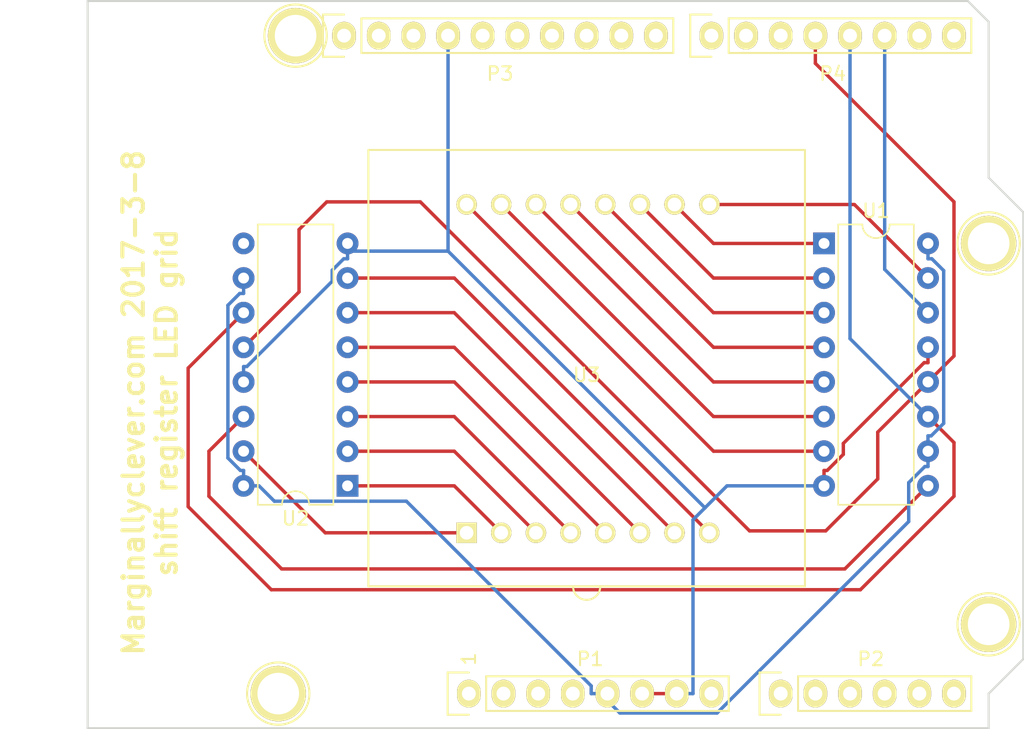
<source format=kicad_pcb>
(kicad_pcb (version 20171130) (host pcbnew "(5.1.12)-1")

  (general
    (thickness 1.6)
    (drawings 28)
    (tracks 113)
    (zones 0)
    (modules 11)
    (nets 53)
  )

  (page A4)
  (title_block
    (date "lun. 30 mars 2015")
  )

  (layers
    (0 F.Cu signal)
    (31 B.Cu signal)
    (32 B.Adhes user)
    (33 F.Adhes user hide)
    (34 B.Paste user)
    (35 F.Paste user)
    (36 B.SilkS user)
    (37 F.SilkS user)
    (38 B.Mask user)
    (39 F.Mask user)
    (40 Dwgs.User user)
    (41 Cmts.User user)
    (42 Eco1.User user)
    (43 Eco2.User user)
    (44 Edge.Cuts user)
    (45 Margin user)
    (46 B.CrtYd user)
    (47 F.CrtYd user)
    (48 B.Fab user)
    (49 F.Fab user)
  )

  (setup
    (last_trace_width 0.25)
    (trace_clearance 0.2)
    (zone_clearance 0.508)
    (zone_45_only no)
    (trace_min 0.2)
    (via_size 0.6)
    (via_drill 0.4)
    (via_min_size 0.4)
    (via_min_drill 0.3)
    (uvia_size 0.3)
    (uvia_drill 0.1)
    (uvias_allowed no)
    (uvia_min_size 0.2)
    (uvia_min_drill 0.1)
    (edge_width 0.15)
    (segment_width 0.15)
    (pcb_text_width 0.3)
    (pcb_text_size 1.5 1.5)
    (mod_edge_width 0.15)
    (mod_text_size 1 1)
    (mod_text_width 0.15)
    (pad_size 4.064 4.064)
    (pad_drill 3.048)
    (pad_to_mask_clearance 0)
    (aux_axis_origin 110.998 126.365)
    (grid_origin 110.998 126.365)
    (visible_elements 7FFFFFFF)
    (pcbplotparams
      (layerselection 0x00030_80000001)
      (usegerberextensions false)
      (usegerberattributes true)
      (usegerberadvancedattributes true)
      (creategerberjobfile true)
      (excludeedgelayer true)
      (linewidth 0.100000)
      (plotframeref false)
      (viasonmask false)
      (mode 1)
      (useauxorigin false)
      (hpglpennumber 1)
      (hpglpenspeed 20)
      (hpglpendiameter 15.000000)
      (psnegative false)
      (psa4output false)
      (plotreference true)
      (plotvalue true)
      (plotinvisibletext false)
      (padsonsilk false)
      (subtractmaskfromsilk false)
      (outputformat 1)
      (mirror false)
      (drillshape 1)
      (scaleselection 1)
      (outputdirectory ""))
  )

  (net 0 "")
  (net 1 /IOREF)
  (net 2 /Reset)
  (net 3 +5V)
  (net 4 GND)
  (net 5 /Vin)
  (net 6 /A0)
  (net 7 /A1)
  (net 8 /A2)
  (net 9 /A3)
  (net 10 /AREF)
  (net 11 "/A4(SDA)")
  (net 12 "/A5(SCL)")
  (net 13 "/9(**)")
  (net 14 /8)
  (net 15 /7)
  (net 16 "/6(**)")
  (net 17 "/5(**)")
  (net 18 /4)
  (net 19 "/3(**)")
  (net 20 /2)
  (net 21 "/1(Tx)")
  (net 22 "/0(Rx)")
  (net 23 "Net-(P5-Pad1)")
  (net 24 "Net-(P6-Pad1)")
  (net 25 "Net-(P7-Pad1)")
  (net 26 "Net-(P8-Pad1)")
  (net 27 "/13(SCK)")
  (net 28 "/10(**/SS)")
  (net 29 "Net-(P1-Pad1)")
  (net 30 +3V3)
  (net 31 "/12(MISO)")
  (net 32 "/11(**/MOSI)")
  (net 33 "/A5(SCL)2")
  (net 34 "/A4(SDA)2")
  (net 35 "Net-(U1-Pad1)")
  (net 36 "Net-(U1-Pad9)")
  (net 37 "Net-(U1-Pad2)")
  (net 38 "Net-(U1-Pad3)")
  (net 39 "Net-(U1-Pad4)")
  (net 40 "Net-(U1-Pad5)")
  (net 41 "Net-(U1-Pad6)")
  (net 42 "Net-(U1-Pad7)")
  (net 43 "Net-(U1-Pad15)")
  (net 44 "Net-(U2-Pad1)")
  (net 45 "Net-(U2-Pad9)")
  (net 46 "Net-(U2-Pad2)")
  (net 47 "Net-(U2-Pad3)")
  (net 48 "Net-(U2-Pad4)")
  (net 49 "Net-(U2-Pad5)")
  (net 50 "Net-(U2-Pad6)")
  (net 51 "Net-(U2-Pad7)")
  (net 52 "Net-(U2-Pad15)")

  (net_class Default "This is the default net class."
    (clearance 0.2)
    (trace_width 0.25)
    (via_dia 0.6)
    (via_drill 0.4)
    (uvia_dia 0.3)
    (uvia_drill 0.1)
    (add_net +3V3)
    (add_net +5V)
    (add_net "/0(Rx)")
    (add_net "/1(Tx)")
    (add_net "/10(**/SS)")
    (add_net "/11(**/MOSI)")
    (add_net "/12(MISO)")
    (add_net "/13(SCK)")
    (add_net /2)
    (add_net "/3(**)")
    (add_net /4)
    (add_net "/5(**)")
    (add_net "/6(**)")
    (add_net /7)
    (add_net /8)
    (add_net "/9(**)")
    (add_net /A0)
    (add_net /A1)
    (add_net /A2)
    (add_net /A3)
    (add_net "/A4(SDA)")
    (add_net "/A4(SDA)2")
    (add_net "/A5(SCL)")
    (add_net "/A5(SCL)2")
    (add_net /AREF)
    (add_net /IOREF)
    (add_net /Reset)
    (add_net /Vin)
    (add_net GND)
    (add_net "Net-(P1-Pad1)")
    (add_net "Net-(P5-Pad1)")
    (add_net "Net-(P6-Pad1)")
    (add_net "Net-(P7-Pad1)")
    (add_net "Net-(P8-Pad1)")
    (add_net "Net-(U1-Pad1)")
    (add_net "Net-(U1-Pad15)")
    (add_net "Net-(U1-Pad2)")
    (add_net "Net-(U1-Pad3)")
    (add_net "Net-(U1-Pad4)")
    (add_net "Net-(U1-Pad5)")
    (add_net "Net-(U1-Pad6)")
    (add_net "Net-(U1-Pad7)")
    (add_net "Net-(U1-Pad9)")
    (add_net "Net-(U2-Pad1)")
    (add_net "Net-(U2-Pad15)")
    (add_net "Net-(U2-Pad2)")
    (add_net "Net-(U2-Pad3)")
    (add_net "Net-(U2-Pad4)")
    (add_net "Net-(U2-Pad5)")
    (add_net "Net-(U2-Pad6)")
    (add_net "Net-(U2-Pad7)")
    (add_net "Net-(U2-Pad9)")
  )

  (module Socket_Arduino_Uno:Socket_Strip_Arduino_1x08 locked (layer F.Cu) (tedit 552168D2) (tstamp 551AF9EA)
    (at 138.938 123.825)
    (descr "Through hole socket strip")
    (tags "socket strip")
    (path /5517C2C1)
    (fp_text reference P1 (at 8.89 -2.54) (layer F.SilkS)
      (effects (font (size 1 1) (thickness 0.15)))
    )
    (fp_text value Power (at 8.89 -4.064) (layer F.Fab)
      (effects (font (size 1 1) (thickness 0.15)))
    )
    (fp_line (start -1.55 -1.55) (end -1.55 1.55) (layer F.SilkS) (width 0.15))
    (fp_line (start 0 -1.55) (end -1.55 -1.55) (layer F.SilkS) (width 0.15))
    (fp_line (start 1.27 1.27) (end 1.27 -1.27) (layer F.SilkS) (width 0.15))
    (fp_line (start -1.55 1.55) (end 0 1.55) (layer F.SilkS) (width 0.15))
    (fp_line (start 19.05 -1.27) (end 1.27 -1.27) (layer F.SilkS) (width 0.15))
    (fp_line (start 19.05 1.27) (end 19.05 -1.27) (layer F.SilkS) (width 0.15))
    (fp_line (start 1.27 1.27) (end 19.05 1.27) (layer F.SilkS) (width 0.15))
    (fp_line (start -1.75 1.75) (end 19.55 1.75) (layer F.CrtYd) (width 0.05))
    (fp_line (start -1.75 -1.75) (end 19.55 -1.75) (layer F.CrtYd) (width 0.05))
    (fp_line (start 19.55 -1.75) (end 19.55 1.75) (layer F.CrtYd) (width 0.05))
    (fp_line (start -1.75 -1.75) (end -1.75 1.75) (layer F.CrtYd) (width 0.05))
    (pad 1 thru_hole oval (at 0 0) (size 1.7272 2.032) (drill 1.016) (layers *.Cu *.Mask F.SilkS)
      (net 29 "Net-(P1-Pad1)"))
    (pad 2 thru_hole oval (at 2.54 0) (size 1.7272 2.032) (drill 1.016) (layers *.Cu *.Mask F.SilkS)
      (net 1 /IOREF))
    (pad 3 thru_hole oval (at 5.08 0) (size 1.7272 2.032) (drill 1.016) (layers *.Cu *.Mask F.SilkS)
      (net 2 /Reset))
    (pad 4 thru_hole oval (at 7.62 0) (size 1.7272 2.032) (drill 1.016) (layers *.Cu *.Mask F.SilkS)
      (net 30 +3V3))
    (pad 5 thru_hole oval (at 10.16 0) (size 1.7272 2.032) (drill 1.016) (layers *.Cu *.Mask F.SilkS)
      (net 3 +5V))
    (pad 6 thru_hole oval (at 12.7 0) (size 1.7272 2.032) (drill 1.016) (layers *.Cu *.Mask F.SilkS)
      (net 4 GND))
    (pad 7 thru_hole oval (at 15.24 0) (size 1.7272 2.032) (drill 1.016) (layers *.Cu *.Mask F.SilkS)
      (net 4 GND))
    (pad 8 thru_hole oval (at 17.78 0) (size 1.7272 2.032) (drill 1.016) (layers *.Cu *.Mask F.SilkS)
      (net 5 /Vin))
    (model ${KIPRJMOD}/Socket_Arduino_Uno.3dshapes/Socket_header_Arduino_1x08.wrl
      (offset (xyz 8.889999866485596 0 0))
      (scale (xyz 1 1 1))
      (rotate (xyz 0 0 180))
    )
  )

  (module Socket_Arduino_Uno:Socket_Strip_Arduino_1x06 locked (layer F.Cu) (tedit 552168D6) (tstamp 551AF9FF)
    (at 161.798 123.825)
    (descr "Through hole socket strip")
    (tags "socket strip")
    (path /5517C323)
    (fp_text reference P2 (at 6.604 -2.54) (layer F.SilkS)
      (effects (font (size 1 1) (thickness 0.15)))
    )
    (fp_text value Analog (at 6.604 -4.064) (layer F.Fab)
      (effects (font (size 1 1) (thickness 0.15)))
    )
    (fp_line (start -1.55 -1.55) (end -1.55 1.55) (layer F.SilkS) (width 0.15))
    (fp_line (start 0 -1.55) (end -1.55 -1.55) (layer F.SilkS) (width 0.15))
    (fp_line (start 1.27 1.27) (end 1.27 -1.27) (layer F.SilkS) (width 0.15))
    (fp_line (start -1.55 1.55) (end 0 1.55) (layer F.SilkS) (width 0.15))
    (fp_line (start 13.97 -1.27) (end 1.27 -1.27) (layer F.SilkS) (width 0.15))
    (fp_line (start 13.97 1.27) (end 13.97 -1.27) (layer F.SilkS) (width 0.15))
    (fp_line (start 1.27 1.27) (end 13.97 1.27) (layer F.SilkS) (width 0.15))
    (fp_line (start -1.75 1.75) (end 14.45 1.75) (layer F.CrtYd) (width 0.05))
    (fp_line (start -1.75 -1.75) (end 14.45 -1.75) (layer F.CrtYd) (width 0.05))
    (fp_line (start 14.45 -1.75) (end 14.45 1.75) (layer F.CrtYd) (width 0.05))
    (fp_line (start -1.75 -1.75) (end -1.75 1.75) (layer F.CrtYd) (width 0.05))
    (pad 1 thru_hole oval (at 0 0) (size 1.7272 2.032) (drill 1.016) (layers *.Cu *.Mask F.SilkS)
      (net 6 /A0))
    (pad 2 thru_hole oval (at 2.54 0) (size 1.7272 2.032) (drill 1.016) (layers *.Cu *.Mask F.SilkS)
      (net 7 /A1))
    (pad 3 thru_hole oval (at 5.08 0) (size 1.7272 2.032) (drill 1.016) (layers *.Cu *.Mask F.SilkS)
      (net 8 /A2))
    (pad 4 thru_hole oval (at 7.62 0) (size 1.7272 2.032) (drill 1.016) (layers *.Cu *.Mask F.SilkS)
      (net 9 /A3))
    (pad 5 thru_hole oval (at 10.16 0) (size 1.7272 2.032) (drill 1.016) (layers *.Cu *.Mask F.SilkS)
      (net 11 "/A4(SDA)"))
    (pad 6 thru_hole oval (at 12.7 0) (size 1.7272 2.032) (drill 1.016) (layers *.Cu *.Mask F.SilkS)
      (net 12 "/A5(SCL)"))
    (model ${KIPRJMOD}/Socket_Arduino_Uno.3dshapes/Socket_header_Arduino_1x06.wrl
      (offset (xyz 6.349999904632568 0 0))
      (scale (xyz 1 1 1))
      (rotate (xyz 0 0 180))
    )
  )

  (module Socket_Arduino_Uno:Socket_Strip_Arduino_1x10 locked (layer F.Cu) (tedit 552168BF) (tstamp 551AFA18)
    (at 129.794 75.565)
    (descr "Through hole socket strip")
    (tags "socket strip")
    (path /5517C46C)
    (fp_text reference P3 (at 11.43 2.794) (layer F.SilkS)
      (effects (font (size 1 1) (thickness 0.15)))
    )
    (fp_text value Digital (at 11.43 4.318) (layer F.Fab)
      (effects (font (size 1 1) (thickness 0.15)))
    )
    (fp_line (start -1.55 -1.55) (end -1.55 1.55) (layer F.SilkS) (width 0.15))
    (fp_line (start 0 -1.55) (end -1.55 -1.55) (layer F.SilkS) (width 0.15))
    (fp_line (start 1.27 1.27) (end 1.27 -1.27) (layer F.SilkS) (width 0.15))
    (fp_line (start -1.55 1.55) (end 0 1.55) (layer F.SilkS) (width 0.15))
    (fp_line (start 24.13 -1.27) (end 1.27 -1.27) (layer F.SilkS) (width 0.15))
    (fp_line (start 24.13 1.27) (end 24.13 -1.27) (layer F.SilkS) (width 0.15))
    (fp_line (start 1.27 1.27) (end 24.13 1.27) (layer F.SilkS) (width 0.15))
    (fp_line (start -1.75 1.75) (end 24.65 1.75) (layer F.CrtYd) (width 0.05))
    (fp_line (start -1.75 -1.75) (end 24.65 -1.75) (layer F.CrtYd) (width 0.05))
    (fp_line (start 24.65 -1.75) (end 24.65 1.75) (layer F.CrtYd) (width 0.05))
    (fp_line (start -1.75 -1.75) (end -1.75 1.75) (layer F.CrtYd) (width 0.05))
    (pad 1 thru_hole oval (at 0 0) (size 1.7272 2.032) (drill 1.016) (layers *.Cu *.Mask F.SilkS)
      (net 33 "/A5(SCL)2"))
    (pad 2 thru_hole oval (at 2.54 0) (size 1.7272 2.032) (drill 1.016) (layers *.Cu *.Mask F.SilkS)
      (net 34 "/A4(SDA)2"))
    (pad 3 thru_hole oval (at 5.08 0) (size 1.7272 2.032) (drill 1.016) (layers *.Cu *.Mask F.SilkS)
      (net 10 /AREF))
    (pad 4 thru_hole oval (at 7.62 0) (size 1.7272 2.032) (drill 1.016) (layers *.Cu *.Mask F.SilkS)
      (net 4 GND))
    (pad 5 thru_hole oval (at 10.16 0) (size 1.7272 2.032) (drill 1.016) (layers *.Cu *.Mask F.SilkS)
      (net 27 "/13(SCK)"))
    (pad 6 thru_hole oval (at 12.7 0) (size 1.7272 2.032) (drill 1.016) (layers *.Cu *.Mask F.SilkS)
      (net 31 "/12(MISO)"))
    (pad 7 thru_hole oval (at 15.24 0) (size 1.7272 2.032) (drill 1.016) (layers *.Cu *.Mask F.SilkS)
      (net 32 "/11(**/MOSI)"))
    (pad 8 thru_hole oval (at 17.78 0) (size 1.7272 2.032) (drill 1.016) (layers *.Cu *.Mask F.SilkS)
      (net 28 "/10(**/SS)"))
    (pad 9 thru_hole oval (at 20.32 0) (size 1.7272 2.032) (drill 1.016) (layers *.Cu *.Mask F.SilkS)
      (net 13 "/9(**)"))
    (pad 10 thru_hole oval (at 22.86 0) (size 1.7272 2.032) (drill 1.016) (layers *.Cu *.Mask F.SilkS)
      (net 14 /8))
    (model ${KIPRJMOD}/Socket_Arduino_Uno.3dshapes/Socket_header_Arduino_1x10.wrl
      (offset (xyz 11.42999982833862 0 0))
      (scale (xyz 1 1 1))
      (rotate (xyz 0 0 180))
    )
  )

  (module Socket_Arduino_Uno:Socket_Strip_Arduino_1x08 locked (layer F.Cu) (tedit 552168C7) (tstamp 551AFA2F)
    (at 156.718 75.565)
    (descr "Through hole socket strip")
    (tags "socket strip")
    (path /5517C366)
    (fp_text reference P4 (at 8.89 2.794) (layer F.SilkS)
      (effects (font (size 1 1) (thickness 0.15)))
    )
    (fp_text value Digital (at 8.89 4.318) (layer F.Fab)
      (effects (font (size 1 1) (thickness 0.15)))
    )
    (fp_line (start -1.55 -1.55) (end -1.55 1.55) (layer F.SilkS) (width 0.15))
    (fp_line (start 0 -1.55) (end -1.55 -1.55) (layer F.SilkS) (width 0.15))
    (fp_line (start 1.27 1.27) (end 1.27 -1.27) (layer F.SilkS) (width 0.15))
    (fp_line (start -1.55 1.55) (end 0 1.55) (layer F.SilkS) (width 0.15))
    (fp_line (start 19.05 -1.27) (end 1.27 -1.27) (layer F.SilkS) (width 0.15))
    (fp_line (start 19.05 1.27) (end 19.05 -1.27) (layer F.SilkS) (width 0.15))
    (fp_line (start 1.27 1.27) (end 19.05 1.27) (layer F.SilkS) (width 0.15))
    (fp_line (start -1.75 1.75) (end 19.55 1.75) (layer F.CrtYd) (width 0.05))
    (fp_line (start -1.75 -1.75) (end 19.55 -1.75) (layer F.CrtYd) (width 0.05))
    (fp_line (start 19.55 -1.75) (end 19.55 1.75) (layer F.CrtYd) (width 0.05))
    (fp_line (start -1.75 -1.75) (end -1.75 1.75) (layer F.CrtYd) (width 0.05))
    (pad 1 thru_hole oval (at 0 0) (size 1.7272 2.032) (drill 1.016) (layers *.Cu *.Mask F.SilkS)
      (net 15 /7))
    (pad 2 thru_hole oval (at 2.54 0) (size 1.7272 2.032) (drill 1.016) (layers *.Cu *.Mask F.SilkS)
      (net 16 "/6(**)"))
    (pad 3 thru_hole oval (at 5.08 0) (size 1.7272 2.032) (drill 1.016) (layers *.Cu *.Mask F.SilkS)
      (net 17 "/5(**)"))
    (pad 4 thru_hole oval (at 7.62 0) (size 1.7272 2.032) (drill 1.016) (layers *.Cu *.Mask F.SilkS)
      (net 18 /4))
    (pad 5 thru_hole oval (at 10.16 0) (size 1.7272 2.032) (drill 1.016) (layers *.Cu *.Mask F.SilkS)
      (net 19 "/3(**)"))
    (pad 6 thru_hole oval (at 12.7 0) (size 1.7272 2.032) (drill 1.016) (layers *.Cu *.Mask F.SilkS)
      (net 20 /2))
    (pad 7 thru_hole oval (at 15.24 0) (size 1.7272 2.032) (drill 1.016) (layers *.Cu *.Mask F.SilkS)
      (net 21 "/1(Tx)"))
    (pad 8 thru_hole oval (at 17.78 0) (size 1.7272 2.032) (drill 1.016) (layers *.Cu *.Mask F.SilkS)
      (net 22 "/0(Rx)"))
    (model ${KIPRJMOD}/Socket_Arduino_Uno.3dshapes/Socket_header_Arduino_1x08.wrl
      (offset (xyz 8.889999866485596 0 0))
      (scale (xyz 1 1 1))
      (rotate (xyz 0 0 180))
    )
  )

  (module Socket_Arduino_Uno:Arduino_1pin locked (layer F.Cu) (tedit 5524FC39) (tstamp 5524FC3F)
    (at 124.968 123.825)
    (descr "module 1 pin (ou trou mecanique de percage)")
    (tags DEV)
    (path /551BBC06)
    (fp_text reference P5 (at 0 -3.048) (layer F.SilkS) hide
      (effects (font (size 1 1) (thickness 0.15)))
    )
    (fp_text value CONN_1 (at 0 2.794) (layer F.Fab) hide
      (effects (font (size 1 1) (thickness 0.15)))
    )
    (fp_circle (center 0 0) (end 0 -2.286) (layer F.SilkS) (width 0.15))
    (pad 1 thru_hole circle (at 0 0) (size 4.064 4.064) (drill 3.048) (layers *.Cu *.Mask F.SilkS)
      (net 23 "Net-(P5-Pad1)"))
  )

  (module Socket_Arduino_Uno:Arduino_1pin locked (layer F.Cu) (tedit 5524FC4A) (tstamp 5524FC44)
    (at 177.038 118.745)
    (descr "module 1 pin (ou trou mecanique de percage)")
    (tags DEV)
    (path /551BBD10)
    (fp_text reference P6 (at 0 -3.048) (layer F.SilkS) hide
      (effects (font (size 1 1) (thickness 0.15)))
    )
    (fp_text value CONN_1 (at 0 2.794) (layer F.Fab) hide
      (effects (font (size 1 1) (thickness 0.15)))
    )
    (fp_circle (center 0 0) (end 0 -2.286) (layer F.SilkS) (width 0.15))
    (pad 1 thru_hole circle (at 0 0) (size 4.064 4.064) (drill 3.048) (layers *.Cu *.Mask F.SilkS)
      (net 24 "Net-(P6-Pad1)"))
  )

  (module Socket_Arduino_Uno:Arduino_1pin locked (layer F.Cu) (tedit 5524FC2F) (tstamp 5524FC49)
    (at 126.238 75.565)
    (descr "module 1 pin (ou trou mecanique de percage)")
    (tags DEV)
    (path /551BBD30)
    (fp_text reference P7 (at 0 -3.048) (layer F.SilkS) hide
      (effects (font (size 1 1) (thickness 0.15)))
    )
    (fp_text value CONN_1 (at 0 2.794) (layer F.Fab) hide
      (effects (font (size 1 1) (thickness 0.15)))
    )
    (fp_circle (center 0 0) (end 0 -2.286) (layer F.SilkS) (width 0.15))
    (pad 1 thru_hole circle (at 0 0) (size 4.064 4.064) (drill 3.048) (layers *.Cu *.Mask F.SilkS)
      (net 25 "Net-(P7-Pad1)"))
  )

  (module Socket_Arduino_Uno:Arduino_1pin locked (layer F.Cu) (tedit 5524FC41) (tstamp 5524FC4E)
    (at 177.038 90.805)
    (descr "module 1 pin (ou trou mecanique de percage)")
    (tags DEV)
    (path /551BBD52)
    (fp_text reference P8 (at 0 -3.048) (layer F.SilkS) hide
      (effects (font (size 1 1) (thickness 0.15)))
    )
    (fp_text value CONN_1 (at 0 2.794) (layer F.Fab) hide
      (effects (font (size 1 1) (thickness 0.15)))
    )
    (fp_circle (center 0 0) (end 0 -2.286) (layer F.SilkS) (width 0.15))
    (pad 1 thru_hole circle (at 0 0) (size 4.064 4.064) (drill 3.048) (layers *.Cu *.Mask F.SilkS)
      (net 26 "Net-(P8-Pad1)"))
  )

  (module Housings_DIP:DIP-16_W7.62mm (layer F.Cu) (tedit 586281B4) (tstamp 58B493DD)
    (at 164.973 90.805)
    (descr "16-lead dip package, row spacing 7.62 mm (300 mils)")
    (tags "DIL DIP PDIP 2.54mm 7.62mm 300mil")
    (path /58B491AF)
    (fp_text reference U1 (at 3.81 -2.39) (layer F.SilkS)
      (effects (font (size 1 1) (thickness 0.15)))
    )
    (fp_text value 74HC595 (at 3.81 20.17) (layer F.Fab)
      (effects (font (size 1 1) (thickness 0.15)))
    )
    (fp_line (start 8.7 -1.6) (end -1.1 -1.6) (layer F.CrtYd) (width 0.05))
    (fp_line (start 8.7 19.3) (end 8.7 -1.6) (layer F.CrtYd) (width 0.05))
    (fp_line (start -1.1 19.3) (end 8.7 19.3) (layer F.CrtYd) (width 0.05))
    (fp_line (start -1.1 -1.6) (end -1.1 19.3) (layer F.CrtYd) (width 0.05))
    (fp_line (start 6.58 -1.39) (end 4.81 -1.39) (layer F.SilkS) (width 0.12))
    (fp_line (start 6.58 19.17) (end 6.58 -1.39) (layer F.SilkS) (width 0.12))
    (fp_line (start 1.04 19.17) (end 6.58 19.17) (layer F.SilkS) (width 0.12))
    (fp_line (start 1.04 -1.39) (end 1.04 19.17) (layer F.SilkS) (width 0.12))
    (fp_line (start 2.81 -1.39) (end 1.04 -1.39) (layer F.SilkS) (width 0.12))
    (fp_line (start 0.635 -0.27) (end 1.635 -1.27) (layer F.Fab) (width 0.1))
    (fp_line (start 0.635 19.05) (end 0.635 -0.27) (layer F.Fab) (width 0.1))
    (fp_line (start 6.985 19.05) (end 0.635 19.05) (layer F.Fab) (width 0.1))
    (fp_line (start 6.985 -1.27) (end 6.985 19.05) (layer F.Fab) (width 0.1))
    (fp_line (start 1.635 -1.27) (end 6.985 -1.27) (layer F.Fab) (width 0.1))
    (fp_arc (start 3.81 -1.39) (end 2.81 -1.39) (angle -180) (layer F.SilkS) (width 0.12))
    (pad 1 thru_hole rect (at 0 0) (size 1.6 1.6) (drill 0.8) (layers *.Cu *.Mask)
      (net 35 "Net-(U1-Pad1)"))
    (pad 9 thru_hole oval (at 7.62 17.78) (size 1.6 1.6) (drill 0.8) (layers *.Cu *.Mask)
      (net 36 "Net-(U1-Pad9)"))
    (pad 2 thru_hole oval (at 0 2.54) (size 1.6 1.6) (drill 0.8) (layers *.Cu *.Mask)
      (net 37 "Net-(U1-Pad2)"))
    (pad 10 thru_hole oval (at 7.62 15.24) (size 1.6 1.6) (drill 0.8) (layers *.Cu *.Mask)
      (net 3 +5V))
    (pad 3 thru_hole oval (at 0 5.08) (size 1.6 1.6) (drill 0.8) (layers *.Cu *.Mask)
      (net 38 "Net-(U1-Pad3)"))
    (pad 11 thru_hole oval (at 7.62 12.7) (size 1.6 1.6) (drill 0.8) (layers *.Cu *.Mask)
      (net 19 "/3(**)"))
    (pad 4 thru_hole oval (at 0 7.62) (size 1.6 1.6) (drill 0.8) (layers *.Cu *.Mask)
      (net 39 "Net-(U1-Pad4)"))
    (pad 12 thru_hole oval (at 7.62 10.16) (size 1.6 1.6) (drill 0.8) (layers *.Cu *.Mask)
      (net 18 /4))
    (pad 5 thru_hole oval (at 0 10.16) (size 1.6 1.6) (drill 0.8) (layers *.Cu *.Mask)
      (net 40 "Net-(U1-Pad5)"))
    (pad 13 thru_hole oval (at 7.62 7.62) (size 1.6 1.6) (drill 0.8) (layers *.Cu *.Mask)
      (net 4 GND))
    (pad 6 thru_hole oval (at 0 12.7) (size 1.6 1.6) (drill 0.8) (layers *.Cu *.Mask)
      (net 41 "Net-(U1-Pad6)"))
    (pad 14 thru_hole oval (at 7.62 5.08) (size 1.6 1.6) (drill 0.8) (layers *.Cu *.Mask)
      (net 20 /2))
    (pad 7 thru_hole oval (at 0 15.24) (size 1.6 1.6) (drill 0.8) (layers *.Cu *.Mask)
      (net 42 "Net-(U1-Pad7)"))
    (pad 15 thru_hole oval (at 7.62 2.54) (size 1.6 1.6) (drill 0.8) (layers *.Cu *.Mask)
      (net 43 "Net-(U1-Pad15)"))
    (pad 8 thru_hole oval (at 0 17.78) (size 1.6 1.6) (drill 0.8) (layers *.Cu *.Mask)
      (net 4 GND))
    (pad 16 thru_hole oval (at 7.62 0) (size 1.6 1.6) (drill 0.8) (layers *.Cu *.Mask)
      (net 3 +5V))
    (model Housings_DIP.3dshapes/DIP-16_W7.62mm.wrl
      (at (xyz 0 0 0))
      (scale (xyz 1 1 1))
      (rotate (xyz 0 0 0))
    )
  )

  (module Housings_DIP:DIP-16_W7.62mm (layer F.Cu) (tedit 586281B4) (tstamp 58B493F1)
    (at 130.048 108.585 180)
    (descr "16-lead dip package, row spacing 7.62 mm (300 mils)")
    (tags "DIL DIP PDIP 2.54mm 7.62mm 300mil")
    (path /58B49248)
    (fp_text reference U2 (at 3.81 -2.39 180) (layer F.SilkS)
      (effects (font (size 1 1) (thickness 0.15)))
    )
    (fp_text value 74HC595 (at 3.81 20.17 180) (layer F.Fab)
      (effects (font (size 1 1) (thickness 0.15)))
    )
    (fp_line (start 8.7 -1.6) (end -1.1 -1.6) (layer F.CrtYd) (width 0.05))
    (fp_line (start 8.7 19.3) (end 8.7 -1.6) (layer F.CrtYd) (width 0.05))
    (fp_line (start -1.1 19.3) (end 8.7 19.3) (layer F.CrtYd) (width 0.05))
    (fp_line (start -1.1 -1.6) (end -1.1 19.3) (layer F.CrtYd) (width 0.05))
    (fp_line (start 6.58 -1.39) (end 4.81 -1.39) (layer F.SilkS) (width 0.12))
    (fp_line (start 6.58 19.17) (end 6.58 -1.39) (layer F.SilkS) (width 0.12))
    (fp_line (start 1.04 19.17) (end 6.58 19.17) (layer F.SilkS) (width 0.12))
    (fp_line (start 1.04 -1.39) (end 1.04 19.17) (layer F.SilkS) (width 0.12))
    (fp_line (start 2.81 -1.39) (end 1.04 -1.39) (layer F.SilkS) (width 0.12))
    (fp_line (start 0.635 -0.27) (end 1.635 -1.27) (layer F.Fab) (width 0.1))
    (fp_line (start 0.635 19.05) (end 0.635 -0.27) (layer F.Fab) (width 0.1))
    (fp_line (start 6.985 19.05) (end 0.635 19.05) (layer F.Fab) (width 0.1))
    (fp_line (start 6.985 -1.27) (end 6.985 19.05) (layer F.Fab) (width 0.1))
    (fp_line (start 1.635 -1.27) (end 6.985 -1.27) (layer F.Fab) (width 0.1))
    (fp_arc (start 3.81 -1.39) (end 2.81 -1.39) (angle -180) (layer F.SilkS) (width 0.12))
    (pad 1 thru_hole rect (at 0 0 180) (size 1.6 1.6) (drill 0.8) (layers *.Cu *.Mask)
      (net 44 "Net-(U2-Pad1)"))
    (pad 9 thru_hole oval (at 7.62 17.78 180) (size 1.6 1.6) (drill 0.8) (layers *.Cu *.Mask)
      (net 45 "Net-(U2-Pad9)"))
    (pad 2 thru_hole oval (at 0 2.54 180) (size 1.6 1.6) (drill 0.8) (layers *.Cu *.Mask)
      (net 46 "Net-(U2-Pad2)"))
    (pad 10 thru_hole oval (at 7.62 15.24 180) (size 1.6 1.6) (drill 0.8) (layers *.Cu *.Mask)
      (net 3 +5V))
    (pad 3 thru_hole oval (at 0 5.08 180) (size 1.6 1.6) (drill 0.8) (layers *.Cu *.Mask)
      (net 47 "Net-(U2-Pad3)"))
    (pad 11 thru_hole oval (at 7.62 12.7 180) (size 1.6 1.6) (drill 0.8) (layers *.Cu *.Mask)
      (net 19 "/3(**)"))
    (pad 4 thru_hole oval (at 0 7.62 180) (size 1.6 1.6) (drill 0.8) (layers *.Cu *.Mask)
      (net 48 "Net-(U2-Pad4)"))
    (pad 12 thru_hole oval (at 7.62 10.16 180) (size 1.6 1.6) (drill 0.8) (layers *.Cu *.Mask)
      (net 18 /4))
    (pad 5 thru_hole oval (at 0 10.16 180) (size 1.6 1.6) (drill 0.8) (layers *.Cu *.Mask)
      (net 49 "Net-(U2-Pad5)"))
    (pad 13 thru_hole oval (at 7.62 7.62 180) (size 1.6 1.6) (drill 0.8) (layers *.Cu *.Mask)
      (net 4 GND))
    (pad 6 thru_hole oval (at 0 12.7 180) (size 1.6 1.6) (drill 0.8) (layers *.Cu *.Mask)
      (net 50 "Net-(U2-Pad6)"))
    (pad 14 thru_hole oval (at 7.62 5.08 180) (size 1.6 1.6) (drill 0.8) (layers *.Cu *.Mask)
      (net 36 "Net-(U1-Pad9)"))
    (pad 7 thru_hole oval (at 0 15.24 180) (size 1.6 1.6) (drill 0.8) (layers *.Cu *.Mask)
      (net 51 "Net-(U2-Pad7)"))
    (pad 15 thru_hole oval (at 7.62 2.54 180) (size 1.6 1.6) (drill 0.8) (layers *.Cu *.Mask)
      (net 52 "Net-(U2-Pad15)"))
    (pad 8 thru_hole oval (at 0 17.78 180) (size 1.6 1.6) (drill 0.8) (layers *.Cu *.Mask)
      (net 4 GND))
    (pad 16 thru_hole oval (at 7.62 0 180) (size 1.6 1.6) (drill 0.8) (layers *.Cu *.Mask)
      (net 3 +5V))
    (model Housings_DIP.3dshapes/DIP-16_W7.62mm.wrl
      (at (xyz 0 0 0))
      (scale (xyz 1 1 1))
      (rotate (xyz 0 0 0))
    )
  )

  (module 1088BS:1088BS (layer F.Cu) (tedit 58B491C3) (tstamp 58B4940B)
    (at 147.574 99.949)
    (path /58B490A0)
    (fp_text reference U3 (at 0 0.5) (layer F.SilkS)
      (effects (font (size 1 1) (thickness 0.15)))
    )
    (fp_text value 1088BS (at 0 -0.5) (layer F.Fab)
      (effects (font (size 1 1) (thickness 0.15)))
    )
    (fp_line (start -16 -16) (end 16 -16) (layer F.SilkS) (width 0.15))
    (fp_line (start -16 16) (end -16 -16) (layer F.SilkS) (width 0.15))
    (fp_line (start 16 16) (end -16 16) (layer F.SilkS) (width 0.15))
    (fp_line (start 16 -16) (end 16 16) (layer F.SilkS) (width 0.15))
    (fp_arc (start 0 16) (end 0 17) (angle 90) (layer F.SilkS) (width 0.15))
    (fp_arc (start 0 16) (end 1 16) (angle 90) (layer F.SilkS) (width 0.15))
    (pad 1 thru_hole rect (at -8.8 12.08) (size 1.5 1.5) (drill 1) (layers *.Cu *.Mask F.SilkS)
      (net 52 "Net-(U2-Pad15)"))
    (pad 2 thru_hole circle (at -6.26 12.08) (size 1.5 1.5) (drill 1) (layers *.Cu *.Mask F.SilkS)
      (net 44 "Net-(U2-Pad1)"))
    (pad 3 thru_hole circle (at -3.72 12.08) (size 1.5 1.5) (drill 1) (layers *.Cu *.Mask F.SilkS)
      (net 46 "Net-(U2-Pad2)"))
    (pad 4 thru_hole circle (at -1.18 12.08) (size 1.5 1.5) (drill 1) (layers *.Cu *.Mask F.SilkS)
      (net 47 "Net-(U2-Pad3)"))
    (pad 5 thru_hole circle (at 1.36 12.08) (size 1.5 1.5) (drill 1) (layers *.Cu *.Mask F.SilkS)
      (net 48 "Net-(U2-Pad4)"))
    (pad 6 thru_hole circle (at 3.9 12.08) (size 1.5 1.5) (drill 1) (layers *.Cu *.Mask F.SilkS)
      (net 49 "Net-(U2-Pad5)"))
    (pad 7 thru_hole circle (at 6.44 12.08) (size 1.5 1.5) (drill 1) (layers *.Cu *.Mask F.SilkS)
      (net 50 "Net-(U2-Pad6)"))
    (pad 8 thru_hole circle (at 8.98 12.08) (size 1.5 1.5) (drill 1) (layers *.Cu *.Mask F.SilkS)
      (net 51 "Net-(U2-Pad7)"))
    (pad 9 thru_hole circle (at 9 -12) (size 1.5 1.5) (drill 1) (layers *.Cu *.Mask F.SilkS)
      (net 43 "Net-(U1-Pad15)"))
    (pad 10 thru_hole circle (at 6.44 -12) (size 1.5 1.5) (drill 1) (layers *.Cu *.Mask F.SilkS)
      (net 35 "Net-(U1-Pad1)"))
    (pad 11 thru_hole circle (at 3.9 -12) (size 1.5 1.5) (drill 1) (layers *.Cu *.Mask F.SilkS)
      (net 37 "Net-(U1-Pad2)"))
    (pad 12 thru_hole circle (at 1.36 -12) (size 1.5 1.5) (drill 1) (layers *.Cu *.Mask F.SilkS)
      (net 38 "Net-(U1-Pad3)"))
    (pad 13 thru_hole circle (at -1.18 -12) (size 1.5 1.5) (drill 1) (layers *.Cu *.Mask F.SilkS)
      (net 39 "Net-(U1-Pad4)"))
    (pad 14 thru_hole circle (at -3.72 -12) (size 1.5 1.5) (drill 1) (layers *.Cu *.Mask F.SilkS)
      (net 40 "Net-(U1-Pad5)"))
    (pad 15 thru_hole circle (at -6.26 -12) (size 1.5 1.5) (drill 1) (layers *.Cu *.Mask F.SilkS)
      (net 41 "Net-(U1-Pad6)"))
    (pad 16 thru_hole circle (at -8.8 -12) (size 1.5 1.5) (drill 1) (layers *.Cu *.Mask F.SilkS)
      (net 42 "Net-(U1-Pad7)"))
  )

  (gr_text "Marginallyclever.com 2017-3-8\nshift register LED grid" (at 115.57 102.489 90) (layer F.SilkS)
    (effects (font (size 1.5 1.5) (thickness 0.3)))
  )
  (gr_text 1 (at 138.938 121.285 90) (layer F.SilkS)
    (effects (font (size 1 1) (thickness 0.15)))
  )
  (gr_circle (center 117.348 76.962) (end 118.618 76.962) (layer Dwgs.User) (width 0.15))
  (gr_line (start 114.427 78.994) (end 114.427 74.93) (angle 90) (layer Dwgs.User) (width 0.15))
  (gr_line (start 120.269 78.994) (end 114.427 78.994) (angle 90) (layer Dwgs.User) (width 0.15))
  (gr_line (start 120.269 74.93) (end 120.269 78.994) (angle 90) (layer Dwgs.User) (width 0.15))
  (gr_line (start 114.427 74.93) (end 120.269 74.93) (angle 90) (layer Dwgs.User) (width 0.15))
  (gr_line (start 120.523 93.98) (end 104.648 93.98) (angle 90) (layer Dwgs.User) (width 0.15))
  (gr_line (start 177.038 74.549) (end 175.514 73.025) (angle 90) (layer Edge.Cuts) (width 0.15))
  (gr_line (start 177.038 85.979) (end 177.038 74.549) (angle 90) (layer Edge.Cuts) (width 0.15))
  (gr_line (start 179.578 88.519) (end 177.038 85.979) (angle 90) (layer Edge.Cuts) (width 0.15))
  (gr_line (start 179.578 121.285) (end 179.578 88.519) (angle 90) (layer Edge.Cuts) (width 0.15))
  (gr_line (start 177.038 123.825) (end 179.578 121.285) (angle 90) (layer Edge.Cuts) (width 0.15))
  (gr_line (start 177.038 126.365) (end 177.038 123.825) (angle 90) (layer Edge.Cuts) (width 0.15))
  (gr_line (start 110.998 126.365) (end 177.038 126.365) (angle 90) (layer Edge.Cuts) (width 0.15))
  (gr_line (start 110.998 73.025) (end 110.998 126.365) (angle 90) (layer Edge.Cuts) (width 0.15))
  (gr_line (start 175.514 73.025) (end 110.998 73.025) (angle 90) (layer Edge.Cuts) (width 0.15))
  (gr_line (start 173.355 102.235) (end 173.355 94.615) (angle 90) (layer Dwgs.User) (width 0.15))
  (gr_line (start 178.435 102.235) (end 173.355 102.235) (angle 90) (layer Dwgs.User) (width 0.15))
  (gr_line (start 178.435 94.615) (end 178.435 102.235) (angle 90) (layer Dwgs.User) (width 0.15))
  (gr_line (start 173.355 94.615) (end 178.435 94.615) (angle 90) (layer Dwgs.User) (width 0.15))
  (gr_line (start 109.093 123.19) (end 109.093 114.3) (angle 90) (layer Dwgs.User) (width 0.15))
  (gr_line (start 122.428 123.19) (end 109.093 123.19) (angle 90) (layer Dwgs.User) (width 0.15))
  (gr_line (start 122.428 114.3) (end 122.428 123.19) (angle 90) (layer Dwgs.User) (width 0.15))
  (gr_line (start 109.093 114.3) (end 122.428 114.3) (angle 90) (layer Dwgs.User) (width 0.15))
  (gr_line (start 104.648 93.98) (end 104.648 82.55) (angle 90) (layer Dwgs.User) (width 0.15))
  (gr_line (start 120.523 82.55) (end 120.523 93.98) (angle 90) (layer Dwgs.User) (width 0.15))
  (gr_line (start 104.648 82.55) (end 120.523 82.55) (angle 90) (layer Dwgs.User) (width 0.15))

  (segment (start 122.428 108.585) (end 122.428 107.4581) (width 0.25) (layer B.Cu) (net 3))
  (segment (start 122.428 93.345) (end 122.428 94.4719) (width 0.25) (layer B.Cu) (net 3))
  (segment (start 122.428 94.4719) (end 122.1463 94.4719) (width 0.25) (layer B.Cu) (net 3))
  (segment (start 122.1463 94.4719) (end 121.2786 95.3396) (width 0.25) (layer B.Cu) (net 3))
  (segment (start 121.2786 95.3396) (end 121.2786 106.5422) (width 0.25) (layer B.Cu) (net 3))
  (segment (start 121.2786 106.5422) (end 122.1945 107.4581) (width 0.25) (layer B.Cu) (net 3))
  (segment (start 122.1945 107.4581) (end 122.428 107.4581) (width 0.25) (layer B.Cu) (net 3))
  (segment (start 122.428 108.585) (end 123.5549 108.585) (width 0.25) (layer B.Cu) (net 3))
  (segment (start 123.5549 108.585) (end 124.6818 109.7119) (width 0.25) (layer B.Cu) (net 3))
  (segment (start 124.6818 109.7119) (end 134.3594 109.7119) (width 0.25) (layer B.Cu) (net 3))
  (segment (start 134.3594 109.7119) (end 147.9075 123.26) (width 0.25) (layer B.Cu) (net 3))
  (segment (start 147.9075 123.26) (end 147.9075 123.825) (width 0.25) (layer B.Cu) (net 3))
  (segment (start 172.593 106.045) (end 172.593 107.1719) (width 0.25) (layer B.Cu) (net 3))
  (segment (start 148.5857 123.825) (end 150.0083 125.2476) (width 0.25) (layer B.Cu) (net 3))
  (segment (start 150.0083 125.2476) (end 157.1327 125.2476) (width 0.25) (layer B.Cu) (net 3))
  (segment (start 157.1327 125.2476) (end 171.1784 111.2019) (width 0.25) (layer B.Cu) (net 3))
  (segment (start 171.1784 111.2019) (end 171.1784 108.353) (width 0.25) (layer B.Cu) (net 3))
  (segment (start 171.1784 108.353) (end 172.3595 107.1719) (width 0.25) (layer B.Cu) (net 3))
  (segment (start 172.3595 107.1719) (end 172.593 107.1719) (width 0.25) (layer B.Cu) (net 3))
  (segment (start 148.5857 123.825) (end 147.9075 123.825) (width 0.25) (layer B.Cu) (net 3))
  (segment (start 149.098 123.825) (end 148.5857 123.825) (width 0.25) (layer B.Cu) (net 3))
  (segment (start 172.593 106.045) (end 172.593 104.9181) (width 0.25) (layer B.Cu) (net 3))
  (segment (start 172.593 90.805) (end 172.593 91.9319) (width 0.25) (layer B.Cu) (net 3))
  (segment (start 172.593 91.9319) (end 172.8747 91.9319) (width 0.25) (layer B.Cu) (net 3))
  (segment (start 172.8747 91.9319) (end 173.7424 92.7996) (width 0.25) (layer B.Cu) (net 3))
  (segment (start 173.7424 92.7996) (end 173.7424 104.0022) (width 0.25) (layer B.Cu) (net 3))
  (segment (start 173.7424 104.0022) (end 172.8265 104.9181) (width 0.25) (layer B.Cu) (net 3))
  (segment (start 172.8265 104.9181) (end 172.593 104.9181) (width 0.25) (layer B.Cu) (net 3))
  (segment (start 164.973 108.585) (end 164.973 107.4581) (width 0.25) (layer F.Cu) (net 4))
  (segment (start 172.593 98.425) (end 172.593 99.5519) (width 0.25) (layer F.Cu) (net 4))
  (segment (start 172.593 99.5519) (end 172.3113 99.5519) (width 0.25) (layer F.Cu) (net 4))
  (segment (start 172.3113 99.5519) (end 166.3876 105.4756) (width 0.25) (layer F.Cu) (net 4))
  (segment (start 166.3876 105.4756) (end 166.3876 106.277) (width 0.25) (layer F.Cu) (net 4))
  (segment (start 166.3876 106.277) (end 165.2065 107.4581) (width 0.25) (layer F.Cu) (net 4))
  (segment (start 165.2065 107.4581) (end 164.973 107.4581) (width 0.25) (layer F.Cu) (net 4))
  (segment (start 156.2459 110.2002) (end 157.8611 108.585) (width 0.25) (layer B.Cu) (net 4))
  (segment (start 157.8611 108.585) (end 164.973 108.585) (width 0.25) (layer B.Cu) (net 4))
  (segment (start 155.3685 123.825) (end 155.3685 111.0776) (width 0.25) (layer B.Cu) (net 4))
  (segment (start 155.3685 111.0776) (end 156.2459 110.2002) (width 0.25) (layer B.Cu) (net 4))
  (segment (start 156.2459 110.2002) (end 137.414 91.3684) (width 0.25) (layer B.Cu) (net 4))
  (segment (start 137.414 91.3684) (end 137.414 75.565) (width 0.25) (layer B.Cu) (net 4))
  (segment (start 130.048 91.3684) (end 137.414 91.3684) (width 0.25) (layer B.Cu) (net 4))
  (segment (start 130.048 91.3684) (end 130.048 91.9319) (width 0.25) (layer B.Cu) (net 4))
  (segment (start 130.048 90.805) (end 130.048 91.3684) (width 0.25) (layer B.Cu) (net 4))
  (segment (start 130.048 91.9319) (end 129.7662 91.9319) (width 0.25) (layer B.Cu) (net 4))
  (segment (start 129.7662 91.9319) (end 128.9211 92.777) (width 0.25) (layer B.Cu) (net 4))
  (segment (start 128.9211 92.777) (end 128.9211 93.5785) (width 0.25) (layer B.Cu) (net 4))
  (segment (start 128.9211 93.5785) (end 122.6615 99.8381) (width 0.25) (layer B.Cu) (net 4))
  (segment (start 122.6615 99.8381) (end 122.428 99.8381) (width 0.25) (layer B.Cu) (net 4))
  (segment (start 122.428 100.965) (end 122.428 99.8381) (width 0.25) (layer B.Cu) (net 4))
  (segment (start 154.178 123.825) (end 155.3685 123.825) (width 0.25) (layer B.Cu) (net 4))
  (segment (start 154.178 123.825) (end 151.638 123.825) (width 0.25) (layer F.Cu) (net 4))
  (segment (start 122.428 98.425) (end 126.492 94.361) (width 0.25) (layer F.Cu) (net 18))
  (segment (start 126.492 94.361) (end 126.492 89.789) (width 0.25) (layer F.Cu) (net 18))
  (segment (start 126.492 89.789) (end 128.524 87.757) (width 0.25) (layer F.Cu) (net 18))
  (segment (start 128.524 87.757) (end 135.382 87.757) (width 0.25) (layer F.Cu) (net 18))
  (segment (start 135.382 87.757) (end 159.512 111.887) (width 0.25) (layer F.Cu) (net 18))
  (segment (start 159.512 111.887) (end 165.1 111.887) (width 0.25) (layer F.Cu) (net 18))
  (segment (start 165.1 111.887) (end 168.91 108.077) (width 0.25) (layer F.Cu) (net 18))
  (segment (start 168.91 108.077) (end 168.91 104.648) (width 0.25) (layer F.Cu) (net 18))
  (segment (start 168.91 104.648) (end 172.593 100.965) (width 0.25) (layer F.Cu) (net 18))
  (segment (start 164.338 75.565) (end 164.338 77.597) (width 0.25) (layer F.Cu) (net 18))
  (segment (start 164.338 77.597) (end 174.498 87.757) (width 0.25) (layer F.Cu) (net 18))
  (segment (start 174.498 87.757) (end 174.498 99.06) (width 0.25) (layer F.Cu) (net 18))
  (segment (start 174.498 99.06) (end 172.593 100.965) (width 0.25) (layer F.Cu) (net 18))
  (segment (start 172.593 103.505) (end 174.498 105.41) (width 0.25) (layer F.Cu) (net 19))
  (segment (start 174.498 105.41) (end 174.498 109.347) (width 0.25) (layer F.Cu) (net 19))
  (segment (start 174.498 109.347) (end 167.64 116.205) (width 0.25) (layer F.Cu) (net 19))
  (segment (start 167.64 116.205) (end 124.46 116.205) (width 0.25) (layer F.Cu) (net 19))
  (segment (start 124.46 116.205) (end 118.364 110.109) (width 0.25) (layer F.Cu) (net 19))
  (segment (start 118.364 110.109) (end 118.364 99.949) (width 0.25) (layer F.Cu) (net 19))
  (segment (start 118.364 99.949) (end 122.428 95.885) (width 0.25) (layer F.Cu) (net 19))
  (segment (start 166.878 75.565) (end 166.878 97.79) (width 0.25) (layer B.Cu) (net 19))
  (segment (start 166.878 97.79) (end 172.593 103.505) (width 0.25) (layer B.Cu) (net 19))
  (segment (start 169.418 75.565) (end 169.418 92.71) (width 0.25) (layer B.Cu) (net 20))
  (segment (start 169.418 92.71) (end 172.593 95.885) (width 0.25) (layer B.Cu) (net 20))
  (segment (start 154.014 87.949) (end 156.87 90.805) (width 0.25) (layer F.Cu) (net 35))
  (segment (start 156.87 90.805) (end 164.973 90.805) (width 0.25) (layer F.Cu) (net 35))
  (segment (start 172.593 108.585) (end 166.497 114.681) (width 0.25) (layer F.Cu) (net 36))
  (segment (start 166.497 114.681) (end 125.222 114.681) (width 0.25) (layer F.Cu) (net 36))
  (segment (start 125.222 114.681) (end 119.888 109.347) (width 0.25) (layer F.Cu) (net 36))
  (segment (start 119.888 109.347) (end 119.888 106.045) (width 0.25) (layer F.Cu) (net 36))
  (segment (start 119.888 106.045) (end 122.428 103.505) (width 0.25) (layer F.Cu) (net 36))
  (segment (start 151.474 87.949) (end 156.87 93.345) (width 0.25) (layer F.Cu) (net 37))
  (segment (start 156.87 93.345) (end 164.973 93.345) (width 0.25) (layer F.Cu) (net 37))
  (segment (start 148.934 87.949) (end 156.87 95.885) (width 0.25) (layer F.Cu) (net 38))
  (segment (start 156.87 95.885) (end 164.973 95.885) (width 0.25) (layer F.Cu) (net 38))
  (segment (start 146.394 87.949) (end 156.87 98.425) (width 0.25) (layer F.Cu) (net 39))
  (segment (start 156.87 98.425) (end 164.973 98.425) (width 0.25) (layer F.Cu) (net 39))
  (segment (start 143.854 87.949) (end 156.87 100.965) (width 0.25) (layer F.Cu) (net 40))
  (segment (start 156.87 100.965) (end 164.973 100.965) (width 0.25) (layer F.Cu) (net 40))
  (segment (start 141.314 87.949) (end 156.87 103.505) (width 0.25) (layer F.Cu) (net 41))
  (segment (start 156.87 103.505) (end 164.973 103.505) (width 0.25) (layer F.Cu) (net 41))
  (segment (start 138.774 87.949) (end 156.87 106.045) (width 0.25) (layer F.Cu) (net 42))
  (segment (start 156.87 106.045) (end 164.973 106.045) (width 0.25) (layer F.Cu) (net 42))
  (segment (start 156.574 87.949) (end 167.197 87.949) (width 0.25) (layer F.Cu) (net 43))
  (segment (start 167.197 87.949) (end 172.593 93.345) (width 0.25) (layer F.Cu) (net 43))
  (segment (start 130.048 108.585) (end 137.87 108.585) (width 0.25) (layer F.Cu) (net 44))
  (segment (start 137.87 108.585) (end 141.314 112.029) (width 0.25) (layer F.Cu) (net 44))
  (segment (start 130.048 106.045) (end 137.87 106.045) (width 0.25) (layer F.Cu) (net 46))
  (segment (start 137.87 106.045) (end 143.854 112.029) (width 0.25) (layer F.Cu) (net 46))
  (segment (start 130.048 103.505) (end 137.87 103.505) (width 0.25) (layer F.Cu) (net 47))
  (segment (start 137.87 103.505) (end 146.394 112.029) (width 0.25) (layer F.Cu) (net 47))
  (segment (start 130.048 100.965) (end 137.87 100.965) (width 0.25) (layer F.Cu) (net 48))
  (segment (start 137.87 100.965) (end 148.934 112.029) (width 0.25) (layer F.Cu) (net 48))
  (segment (start 130.048 98.425) (end 137.87 98.425) (width 0.25) (layer F.Cu) (net 49))
  (segment (start 137.87 98.425) (end 151.474 112.029) (width 0.25) (layer F.Cu) (net 49))
  (segment (start 154.014 112.029) (end 137.87 95.885) (width 0.25) (layer F.Cu) (net 50))
  (segment (start 137.87 95.885) (end 130.048 95.885) (width 0.25) (layer F.Cu) (net 50))
  (segment (start 130.048 93.345) (end 137.87 93.345) (width 0.25) (layer F.Cu) (net 51))
  (segment (start 137.87 93.345) (end 156.554 112.029) (width 0.25) (layer F.Cu) (net 51))
  (segment (start 122.428 106.045) (end 128.412 112.029) (width 0.25) (layer F.Cu) (net 52))
  (segment (start 128.412 112.029) (end 138.774 112.029) (width 0.25) (layer F.Cu) (net 52))

)

</source>
